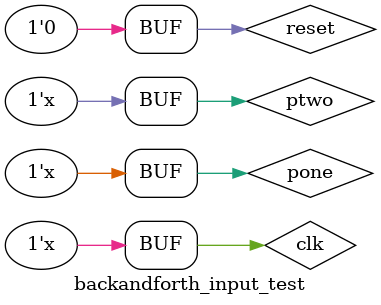
<source format=v>
`timescale 1ns / 1ps


module backandforth_input_test(

    );
    
    reg pone, ptwo, clk, reset;
    wire [1:0] ponepenalty;
    wire [1:0] ptwopenalty;
    wire [1:0] ponescore;
    wire [1:0] ptwoscore;
    wire [1:0] winner;
    wire [15:0] outp;
    
    backandforth_input bnf(.clk(clk), .reset(reset), .pone(pone), .ptwo(ptwo), .ponepenalty(ponepenalty), .ptwopenalty(ptwopenalty), .ponescore(ponescore), .ptwoscore(ptwoscore), .winner(winner), .outp(outp));
    
    initial begin
        clk <= 0;
        reset <= 0;
        pone <= 0;
        ptwo <= 0;
        #10 reset <= 1;
        #15 reset <= 0;
    end
    
    always begin
        #5 clk = ~clk;
    end
    always begin
        #300 pone <= ~pone;
        #20 pone <= ~pone;
        #340 ptwo <= ~ptwo;
        #20 ptwo <= ~ptwo;
    end
    
    
endmodule

</source>
